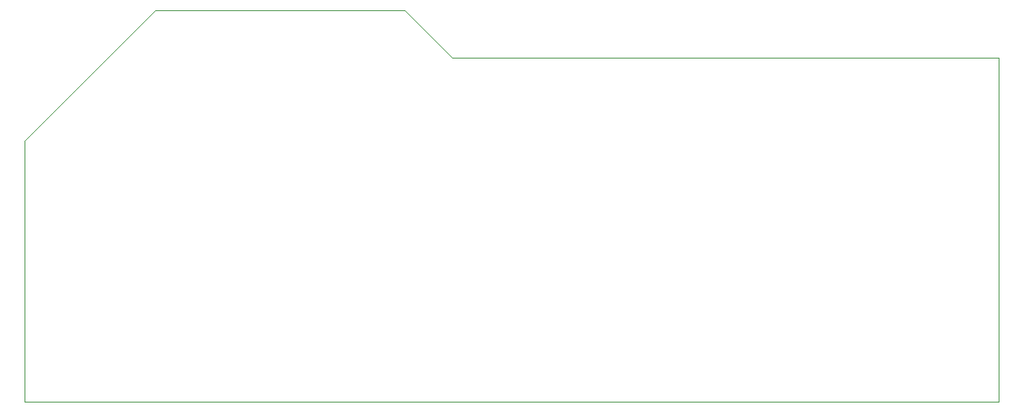
<source format=gbr>
G04 #@! TF.FileFunction,Profile,NP*
%FSLAX46Y46*%
G04 Gerber Fmt 4.6, Leading zero omitted, Abs format (unit mm)*
G04 Created by KiCad (PCBNEW 4.0.2-stable) date Thursday, 11 August 2016 'amt' 11:02:25*
%MOMM*%
G01*
G04 APERTURE LIST*
%ADD10C,0.100000*%
G04 APERTURE END LIST*
D10*
X144780000Y-91440000D02*
X40640000Y-91440000D01*
X144780000Y-54610000D02*
X144780000Y-91440000D01*
X86360000Y-54610000D02*
X144780000Y-54610000D01*
X81280000Y-49530000D02*
X86360000Y-54610000D01*
X54610000Y-49530000D02*
X81280000Y-49530000D01*
X40640000Y-63500000D02*
X54610000Y-49530000D01*
X40640000Y-91440000D02*
X40640000Y-63500000D01*
M02*

</source>
